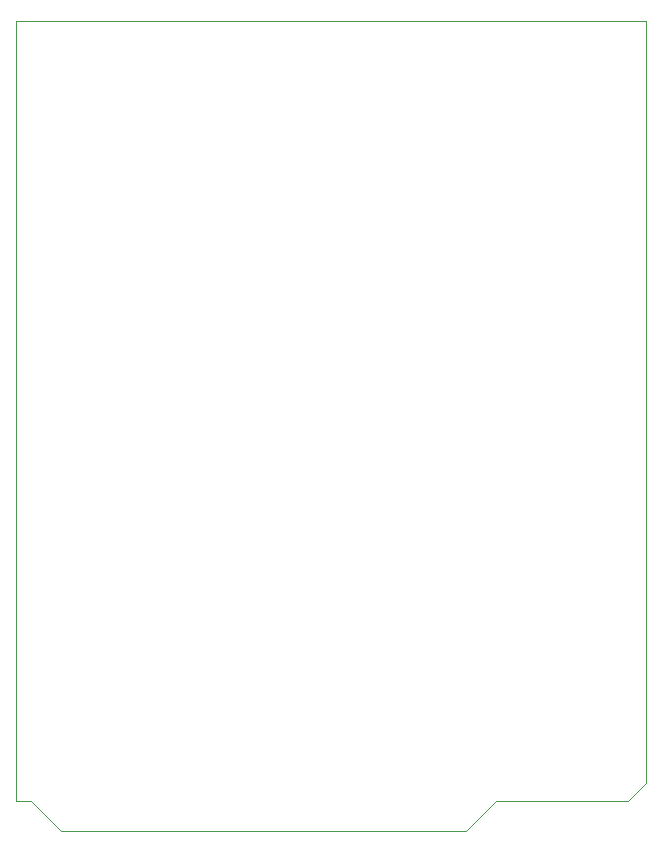
<source format=gbr>
%TF.GenerationSoftware,KiCad,Pcbnew,(6.0.11)*%
%TF.CreationDate,2024-01-05T14:55:53+00:00*%
%TF.ProjectId,EcoIDTester,45636f49-4454-4657-9374-65722e6b6963,rev?*%
%TF.SameCoordinates,Original*%
%TF.FileFunction,Profile,NP*%
%FSLAX46Y46*%
G04 Gerber Fmt 4.6, Leading zero omitted, Abs format (unit mm)*
G04 Created by KiCad (PCBNEW (6.0.11)) date 2024-01-05 14:55:53*
%MOMM*%
%LPD*%
G01*
G04 APERTURE LIST*
%TA.AperFunction,Profile*%
%ADD10C,0.100000*%
%TD*%
G04 APERTURE END LIST*
D10*
X226240000Y-34700000D02*
X172910000Y-34680000D01*
X213550000Y-100720000D02*
X224720000Y-100720000D01*
X224720000Y-100720000D02*
X226250000Y-99200000D01*
X226250000Y-99200000D02*
X226240000Y-34700000D01*
X172910000Y-100710000D02*
X174170000Y-100710000D01*
X176710000Y-103250000D02*
X211000000Y-103260000D01*
X211000000Y-103260000D02*
X213550000Y-100720000D01*
X174170000Y-100710000D02*
X176710000Y-103250000D01*
X172910000Y-34680000D02*
X172910000Y-100710000D01*
M02*

</source>
